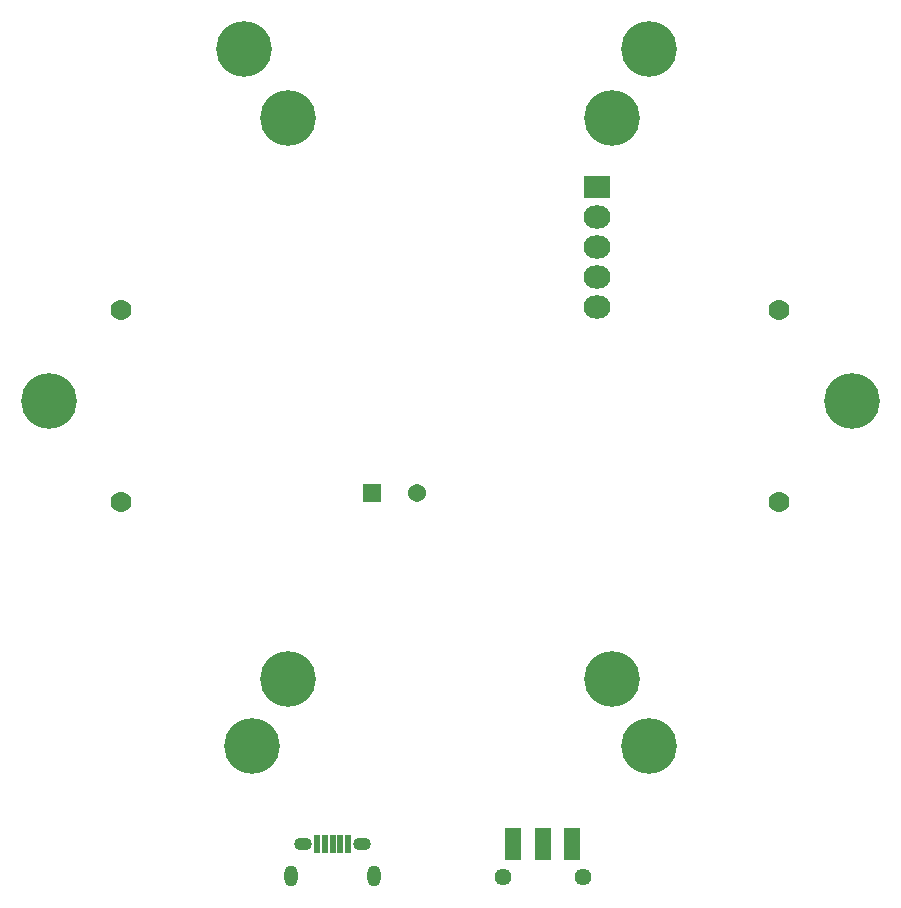
<source format=gbs>
G04 #@! TF.FileFunction,Soldermask,Bot*
%FSLAX46Y46*%
G04 Gerber Fmt 4.6, Leading zero omitted, Abs format (unit mm)*
G04 Created by KiCad (PCBNEW 4.0.2+dfsg1-stable) date Sun 09 Sep 2018 01:37:12 AM EDT*
%MOMM*%
G01*
G04 APERTURE LIST*
%ADD10C,0.100000*%
%ADD11R,2.272000X1.967200*%
%ADD12O,2.272000X1.967200*%
%ADD13R,0.630000X1.590000*%
%ADD14O,1.140000X1.800000*%
%ADD15O,1.490000X1.090000*%
%ADD16C,1.440000*%
%ADD17R,1.440000X2.740000*%
%ADD18R,1.540000X1.540000*%
%ADD19C,1.540000*%
%ADD20C,1.764000*%
%ADD21C,4.710400*%
G04 APERTURE END LIST*
D10*
D11*
X99060000Y-37060000D03*
D12*
X99060000Y-39600000D03*
X99060000Y-42140000D03*
X99060000Y-44680000D03*
X99060000Y-47220000D03*
D13*
X78008000Y-92710000D03*
X77358000Y-92710000D03*
X76708000Y-92710000D03*
X76058000Y-92710000D03*
X75408000Y-92710000D03*
D14*
X73208000Y-95410000D03*
X80208000Y-95410000D03*
D15*
X74208000Y-92710000D03*
X79208000Y-92710000D03*
D16*
X97888000Y-95510000D03*
X91088000Y-95510000D03*
D17*
X96988000Y-92710000D03*
X94488000Y-92710000D03*
X91988000Y-92710000D03*
D18*
X80010000Y-62992000D03*
D19*
X83810000Y-62992000D03*
D20*
X114464000Y-47498000D03*
X58764000Y-47498000D03*
X58764000Y-63754000D03*
X114464000Y-63754000D03*
D21*
X72898000Y-31242000D03*
X72898000Y-78740000D03*
X100330000Y-78740000D03*
X100330000Y-31242000D03*
X103505000Y-84455000D03*
X52705000Y-55245000D03*
X120650000Y-55245000D03*
X69850000Y-84455000D03*
X69215000Y-25400000D03*
X103505000Y-25400000D03*
M02*

</source>
